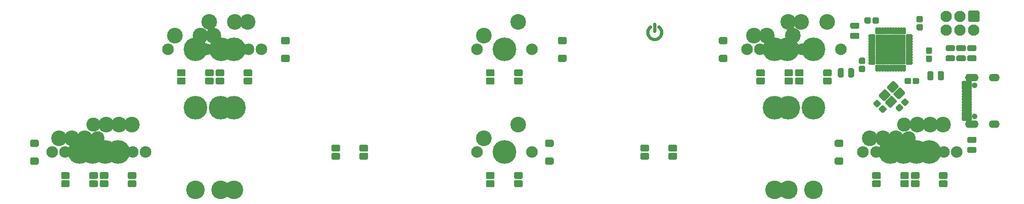
<source format=gbr>
G04 #@! TF.GenerationSoftware,KiCad,Pcbnew,(5.1.10)-1*
G04 #@! TF.CreationDate,2021-06-23T21:24:03+07:00*
G04 #@! TF.ProjectId,uso!VNC,75736f21-564e-4432-9e6b-696361645f70,rev?*
G04 #@! TF.SameCoordinates,Original*
G04 #@! TF.FileFunction,Soldermask,Bot*
G04 #@! TF.FilePolarity,Negative*
%FSLAX45Y45*%
G04 Gerber Fmt 4.5, Leading zero omitted, Abs format (unit mm)*
G04 Created by KiCad (PCBNEW (5.1.10)-1) date 2021-06-23 21:24:03*
%MOMM*%
%LPD*%
G01*
G04 APERTURE LIST*
%ADD10C,0.010000*%
%ADD11C,2.900000*%
%ADD12C,4.387800*%
%ADD13C,2.150000*%
%ADD14C,2.100000*%
%ADD15C,3.448000*%
%ADD16O,2.000000X1.400000*%
%ADD17O,2.500000X1.400000*%
%ADD18C,1.050000*%
%ADD19C,2.600000*%
G04 APERTURE END LIST*
D10*
G36*
X25633889Y-18553244D02*
G01*
X25629698Y-18554390D01*
X25628572Y-18554846D01*
X25624259Y-18557308D01*
X25620409Y-18560597D01*
X25617220Y-18564494D01*
X25614890Y-18568783D01*
X25614222Y-18570626D01*
X25614049Y-18571209D01*
X25613894Y-18571820D01*
X25613757Y-18572522D01*
X25613636Y-18573379D01*
X25613530Y-18574454D01*
X25613439Y-18575813D01*
X25613360Y-18577518D01*
X25613295Y-18579633D01*
X25613240Y-18582224D01*
X25613195Y-18585352D01*
X25613160Y-18589083D01*
X25613133Y-18593480D01*
X25613114Y-18598606D01*
X25613100Y-18604527D01*
X25613092Y-18611306D01*
X25613088Y-18619006D01*
X25613087Y-18627693D01*
X25613088Y-18637428D01*
X25613089Y-18642062D01*
X25613096Y-18652937D01*
X25613112Y-18663007D01*
X25613138Y-18672238D01*
X25613172Y-18680599D01*
X25613215Y-18688057D01*
X25613266Y-18694580D01*
X25613325Y-18700135D01*
X25613392Y-18704689D01*
X25613466Y-18708210D01*
X25613547Y-18710667D01*
X25613636Y-18712025D01*
X25613668Y-18712232D01*
X25615035Y-18716310D01*
X25617253Y-18720137D01*
X25620063Y-18723540D01*
X25623186Y-18726546D01*
X25626233Y-18728712D01*
X25629547Y-18730260D01*
X25631301Y-18730840D01*
X25634581Y-18731486D01*
X25638359Y-18731725D01*
X25642171Y-18731560D01*
X25645551Y-18730997D01*
X25646629Y-18730679D01*
X25651344Y-18728465D01*
X25655507Y-18725348D01*
X25658991Y-18721480D01*
X25661668Y-18717018D01*
X25663409Y-18712117D01*
X25663857Y-18709783D01*
X25663946Y-18708573D01*
X25664027Y-18706314D01*
X25664101Y-18703098D01*
X25664168Y-18699015D01*
X25664227Y-18694157D01*
X25664278Y-18688615D01*
X25664322Y-18682481D01*
X25664359Y-18675847D01*
X25664388Y-18668803D01*
X25664409Y-18661441D01*
X25664423Y-18653853D01*
X25664430Y-18646130D01*
X25664429Y-18638364D01*
X25664421Y-18630645D01*
X25664406Y-18623066D01*
X25664383Y-18615718D01*
X25664353Y-18608691D01*
X25664315Y-18602079D01*
X25664270Y-18595971D01*
X25664217Y-18590460D01*
X25664157Y-18585637D01*
X25664090Y-18581593D01*
X25664015Y-18578420D01*
X25663933Y-18576210D01*
X25663848Y-18575077D01*
X25662553Y-18569930D01*
X25660282Y-18565233D01*
X25657149Y-18561105D01*
X25653269Y-18557665D01*
X25648759Y-18555029D01*
X25643732Y-18553316D01*
X25642334Y-18553033D01*
X25638267Y-18552770D01*
X25633889Y-18553244D01*
G37*
X25633889Y-18553244D02*
X25629698Y-18554390D01*
X25628572Y-18554846D01*
X25624259Y-18557308D01*
X25620409Y-18560597D01*
X25617220Y-18564494D01*
X25614890Y-18568783D01*
X25614222Y-18570626D01*
X25614049Y-18571209D01*
X25613894Y-18571820D01*
X25613757Y-18572522D01*
X25613636Y-18573379D01*
X25613530Y-18574454D01*
X25613439Y-18575813D01*
X25613360Y-18577518D01*
X25613295Y-18579633D01*
X25613240Y-18582224D01*
X25613195Y-18585352D01*
X25613160Y-18589083D01*
X25613133Y-18593480D01*
X25613114Y-18598606D01*
X25613100Y-18604527D01*
X25613092Y-18611306D01*
X25613088Y-18619006D01*
X25613087Y-18627693D01*
X25613088Y-18637428D01*
X25613089Y-18642062D01*
X25613096Y-18652937D01*
X25613112Y-18663007D01*
X25613138Y-18672238D01*
X25613172Y-18680599D01*
X25613215Y-18688057D01*
X25613266Y-18694580D01*
X25613325Y-18700135D01*
X25613392Y-18704689D01*
X25613466Y-18708210D01*
X25613547Y-18710667D01*
X25613636Y-18712025D01*
X25613668Y-18712232D01*
X25615035Y-18716310D01*
X25617253Y-18720137D01*
X25620063Y-18723540D01*
X25623186Y-18726546D01*
X25626233Y-18728712D01*
X25629547Y-18730260D01*
X25631301Y-18730840D01*
X25634581Y-18731486D01*
X25638359Y-18731725D01*
X25642171Y-18731560D01*
X25645551Y-18730997D01*
X25646629Y-18730679D01*
X25651344Y-18728465D01*
X25655507Y-18725348D01*
X25658991Y-18721480D01*
X25661668Y-18717018D01*
X25663409Y-18712117D01*
X25663857Y-18709783D01*
X25663946Y-18708573D01*
X25664027Y-18706314D01*
X25664101Y-18703098D01*
X25664168Y-18699015D01*
X25664227Y-18694157D01*
X25664278Y-18688615D01*
X25664322Y-18682481D01*
X25664359Y-18675847D01*
X25664388Y-18668803D01*
X25664409Y-18661441D01*
X25664423Y-18653853D01*
X25664430Y-18646130D01*
X25664429Y-18638364D01*
X25664421Y-18630645D01*
X25664406Y-18623066D01*
X25664383Y-18615718D01*
X25664353Y-18608691D01*
X25664315Y-18602079D01*
X25664270Y-18595971D01*
X25664217Y-18590460D01*
X25664157Y-18585637D01*
X25664090Y-18581593D01*
X25664015Y-18578420D01*
X25663933Y-18576210D01*
X25663848Y-18575077D01*
X25662553Y-18569930D01*
X25660282Y-18565233D01*
X25657149Y-18561105D01*
X25653269Y-18557665D01*
X25648759Y-18555029D01*
X25643732Y-18553316D01*
X25642334Y-18553033D01*
X25638267Y-18552770D01*
X25633889Y-18553244D01*
G36*
X25555794Y-18604850D02*
G01*
X25550977Y-18606574D01*
X25548468Y-18608001D01*
X25545356Y-18610158D01*
X25541797Y-18612920D01*
X25537942Y-18616161D01*
X25533948Y-18619757D01*
X25529966Y-18623581D01*
X25529427Y-18624119D01*
X25522433Y-18631519D01*
X25516300Y-18638889D01*
X25510816Y-18646519D01*
X25505773Y-18654703D01*
X25500958Y-18663733D01*
X25500917Y-18663816D01*
X25495606Y-18675728D01*
X25491359Y-18688001D01*
X25488183Y-18700561D01*
X25486086Y-18713338D01*
X25485076Y-18726258D01*
X25485159Y-18739250D01*
X25486344Y-18752241D01*
X25488638Y-18765158D01*
X25489867Y-18770286D01*
X25492997Y-18780622D01*
X25497063Y-18791133D01*
X25501941Y-18801570D01*
X25507506Y-18811687D01*
X25513634Y-18821236D01*
X25519249Y-18828792D01*
X25521940Y-18831972D01*
X25525276Y-18835619D01*
X25529011Y-18839489D01*
X25532899Y-18843334D01*
X25536693Y-18846910D01*
X25540149Y-18849969D01*
X25541726Y-18851271D01*
X25551003Y-18858089D01*
X25560995Y-18864337D01*
X25571498Y-18869919D01*
X25582309Y-18874737D01*
X25593222Y-18878694D01*
X25604036Y-18881694D01*
X25607081Y-18882362D01*
X25614858Y-18883725D01*
X25623121Y-18884741D01*
X25631515Y-18885386D01*
X25639687Y-18885636D01*
X25647284Y-18885466D01*
X25649652Y-18885310D01*
X25661680Y-18883904D01*
X25673427Y-18881568D01*
X25684859Y-18878358D01*
X25697321Y-18873791D01*
X25709194Y-18868270D01*
X25720439Y-18861840D01*
X25731020Y-18854545D01*
X25740898Y-18846431D01*
X25750036Y-18837543D01*
X25758395Y-18827925D01*
X25765937Y-18817623D01*
X25772626Y-18806683D01*
X25778422Y-18795148D01*
X25783289Y-18783065D01*
X25787188Y-18770478D01*
X25790081Y-18757432D01*
X25790959Y-18752021D01*
X25791418Y-18747878D01*
X25791743Y-18742887D01*
X25791934Y-18737333D01*
X25791989Y-18731502D01*
X25791909Y-18725679D01*
X25791695Y-18720150D01*
X25791346Y-18715200D01*
X25790968Y-18711845D01*
X25788577Y-18698673D01*
X25785124Y-18685859D01*
X25780633Y-18673458D01*
X25775126Y-18661527D01*
X25768626Y-18650121D01*
X25761159Y-18639295D01*
X25759842Y-18637578D01*
X25756684Y-18633736D01*
X25753059Y-18629691D01*
X25749111Y-18625579D01*
X25744986Y-18621532D01*
X25740829Y-18617683D01*
X25736785Y-18614168D01*
X25732998Y-18611119D01*
X25729615Y-18608669D01*
X25726778Y-18606952D01*
X25726376Y-18606750D01*
X25721411Y-18604954D01*
X25716261Y-18604215D01*
X25711100Y-18604518D01*
X25706102Y-18605844D01*
X25701442Y-18608176D01*
X25699695Y-18609399D01*
X25697242Y-18611716D01*
X25694832Y-18614749D01*
X25692744Y-18618100D01*
X25691257Y-18621369D01*
X25691179Y-18621596D01*
X25690150Y-18626343D01*
X25690066Y-18631379D01*
X25690886Y-18636413D01*
X25692572Y-18641154D01*
X25694220Y-18644105D01*
X25695521Y-18645735D01*
X25697412Y-18647697D01*
X25699558Y-18649652D01*
X25700370Y-18650323D01*
X25703618Y-18653084D01*
X25707215Y-18656417D01*
X25710941Y-18660096D01*
X25714579Y-18663895D01*
X25717911Y-18667589D01*
X25720718Y-18670953D01*
X25722239Y-18672967D01*
X25727053Y-18680531D01*
X25731339Y-18688851D01*
X25734960Y-18697609D01*
X25737781Y-18706490D01*
X25739214Y-18712637D01*
X25739983Y-18717636D01*
X25740520Y-18723364D01*
X25740811Y-18729429D01*
X25740838Y-18735438D01*
X25740589Y-18741000D01*
X25740384Y-18743239D01*
X25738667Y-18753717D01*
X25735865Y-18763913D01*
X25732013Y-18773756D01*
X25727149Y-18783170D01*
X25721307Y-18792083D01*
X25714526Y-18800421D01*
X25709262Y-18805853D01*
X25701445Y-18812598D01*
X25692866Y-18818580D01*
X25683675Y-18823723D01*
X25674023Y-18827951D01*
X25664059Y-18831189D01*
X25655313Y-18833131D01*
X25651873Y-18833583D01*
X25647637Y-18833913D01*
X25642905Y-18834118D01*
X25637975Y-18834195D01*
X25633146Y-18834142D01*
X25628719Y-18833955D01*
X25624992Y-18833631D01*
X25623634Y-18833442D01*
X25612949Y-18831151D01*
X25602683Y-18827841D01*
X25592900Y-18823556D01*
X25583668Y-18818340D01*
X25575051Y-18812237D01*
X25567116Y-18805288D01*
X25559929Y-18797539D01*
X25553555Y-18789033D01*
X25551413Y-18785697D01*
X25549443Y-18782254D01*
X25547313Y-18778132D01*
X25545205Y-18773716D01*
X25543300Y-18769389D01*
X25541779Y-18765534D01*
X25541451Y-18764606D01*
X25538607Y-18754530D01*
X25536844Y-18744227D01*
X25536151Y-18733801D01*
X25536518Y-18723360D01*
X25537933Y-18713008D01*
X25540386Y-18702851D01*
X25543867Y-18692996D01*
X25548363Y-18683548D01*
X25550003Y-18680648D01*
X25554593Y-18673462D01*
X25559568Y-18666924D01*
X25565147Y-18660781D01*
X25571550Y-18654777D01*
X25574154Y-18652555D01*
X25576651Y-18650400D01*
X25578996Y-18648247D01*
X25580964Y-18646312D01*
X25582326Y-18644813D01*
X25582559Y-18644514D01*
X25584828Y-18640558D01*
X25586381Y-18636021D01*
X25587150Y-18631238D01*
X25587069Y-18626545D01*
X25586593Y-18623938D01*
X25584764Y-18618878D01*
X25582107Y-18614459D01*
X25578748Y-18610744D01*
X25574811Y-18607792D01*
X25570422Y-18605666D01*
X25565706Y-18604427D01*
X25560788Y-18604134D01*
X25555794Y-18604850D01*
G37*
X25555794Y-18604850D02*
X25550977Y-18606574D01*
X25548468Y-18608001D01*
X25545356Y-18610158D01*
X25541797Y-18612920D01*
X25537942Y-18616161D01*
X25533948Y-18619757D01*
X25529966Y-18623581D01*
X25529427Y-18624119D01*
X25522433Y-18631519D01*
X25516300Y-18638889D01*
X25510816Y-18646519D01*
X25505773Y-18654703D01*
X25500958Y-18663733D01*
X25500917Y-18663816D01*
X25495606Y-18675728D01*
X25491359Y-18688001D01*
X25488183Y-18700561D01*
X25486086Y-18713338D01*
X25485076Y-18726258D01*
X25485159Y-18739250D01*
X25486344Y-18752241D01*
X25488638Y-18765158D01*
X25489867Y-18770286D01*
X25492997Y-18780622D01*
X25497063Y-18791133D01*
X25501941Y-18801570D01*
X25507506Y-18811687D01*
X25513634Y-18821236D01*
X25519249Y-18828792D01*
X25521940Y-18831972D01*
X25525276Y-18835619D01*
X25529011Y-18839489D01*
X25532899Y-18843334D01*
X25536693Y-18846910D01*
X25540149Y-18849969D01*
X25541726Y-18851271D01*
X25551003Y-18858089D01*
X25560995Y-18864337D01*
X25571498Y-18869919D01*
X25582309Y-18874737D01*
X25593222Y-18878694D01*
X25604036Y-18881694D01*
X25607081Y-18882362D01*
X25614858Y-18883725D01*
X25623121Y-18884741D01*
X25631515Y-18885386D01*
X25639687Y-18885636D01*
X25647284Y-18885466D01*
X25649652Y-18885310D01*
X25661680Y-18883904D01*
X25673427Y-18881568D01*
X25684859Y-18878358D01*
X25697321Y-18873791D01*
X25709194Y-18868270D01*
X25720439Y-18861840D01*
X25731020Y-18854545D01*
X25740898Y-18846431D01*
X25750036Y-18837543D01*
X25758395Y-18827925D01*
X25765937Y-18817623D01*
X25772626Y-18806683D01*
X25778422Y-18795148D01*
X25783289Y-18783065D01*
X25787188Y-18770478D01*
X25790081Y-18757432D01*
X25790959Y-18752021D01*
X25791418Y-18747878D01*
X25791743Y-18742887D01*
X25791934Y-18737333D01*
X25791989Y-18731502D01*
X25791909Y-18725679D01*
X25791695Y-18720150D01*
X25791346Y-18715200D01*
X25790968Y-18711845D01*
X25788577Y-18698673D01*
X25785124Y-18685859D01*
X25780633Y-18673458D01*
X25775126Y-18661527D01*
X25768626Y-18650121D01*
X25761159Y-18639295D01*
X25759842Y-18637578D01*
X25756684Y-18633736D01*
X25753059Y-18629691D01*
X25749111Y-18625579D01*
X25744986Y-18621532D01*
X25740829Y-18617683D01*
X25736785Y-18614168D01*
X25732998Y-18611119D01*
X25729615Y-18608669D01*
X25726778Y-18606952D01*
X25726376Y-18606750D01*
X25721411Y-18604954D01*
X25716261Y-18604215D01*
X25711100Y-18604518D01*
X25706102Y-18605844D01*
X25701442Y-18608176D01*
X25699695Y-18609399D01*
X25697242Y-18611716D01*
X25694832Y-18614749D01*
X25692744Y-18618100D01*
X25691257Y-18621369D01*
X25691179Y-18621596D01*
X25690150Y-18626343D01*
X25690066Y-18631379D01*
X25690886Y-18636413D01*
X25692572Y-18641154D01*
X25694220Y-18644105D01*
X25695521Y-18645735D01*
X25697412Y-18647697D01*
X25699558Y-18649652D01*
X25700370Y-18650323D01*
X25703618Y-18653084D01*
X25707215Y-18656417D01*
X25710941Y-18660096D01*
X25714579Y-18663895D01*
X25717911Y-18667589D01*
X25720718Y-18670953D01*
X25722239Y-18672967D01*
X25727053Y-18680531D01*
X25731339Y-18688851D01*
X25734960Y-18697609D01*
X25737781Y-18706490D01*
X25739214Y-18712637D01*
X25739983Y-18717636D01*
X25740520Y-18723364D01*
X25740811Y-18729429D01*
X25740838Y-18735438D01*
X25740589Y-18741000D01*
X25740384Y-18743239D01*
X25738667Y-18753717D01*
X25735865Y-18763913D01*
X25732013Y-18773756D01*
X25727149Y-18783170D01*
X25721307Y-18792083D01*
X25714526Y-18800421D01*
X25709262Y-18805853D01*
X25701445Y-18812598D01*
X25692866Y-18818580D01*
X25683675Y-18823723D01*
X25674023Y-18827951D01*
X25664059Y-18831189D01*
X25655313Y-18833131D01*
X25651873Y-18833583D01*
X25647637Y-18833913D01*
X25642905Y-18834118D01*
X25637975Y-18834195D01*
X25633146Y-18834142D01*
X25628719Y-18833955D01*
X25624992Y-18833631D01*
X25623634Y-18833442D01*
X25612949Y-18831151D01*
X25602683Y-18827841D01*
X25592900Y-18823556D01*
X25583668Y-18818340D01*
X25575051Y-18812237D01*
X25567116Y-18805288D01*
X25559929Y-18797539D01*
X25553555Y-18789033D01*
X25551413Y-18785697D01*
X25549443Y-18782254D01*
X25547313Y-18778132D01*
X25545205Y-18773716D01*
X25543300Y-18769389D01*
X25541779Y-18765534D01*
X25541451Y-18764606D01*
X25538607Y-18754530D01*
X25536844Y-18744227D01*
X25536151Y-18733801D01*
X25536518Y-18723360D01*
X25537933Y-18713008D01*
X25540386Y-18702851D01*
X25543867Y-18692996D01*
X25548363Y-18683548D01*
X25550003Y-18680648D01*
X25554593Y-18673462D01*
X25559568Y-18666924D01*
X25565147Y-18660781D01*
X25571550Y-18654777D01*
X25574154Y-18652555D01*
X25576651Y-18650400D01*
X25578996Y-18648247D01*
X25580964Y-18646312D01*
X25582326Y-18644813D01*
X25582559Y-18644514D01*
X25584828Y-18640558D01*
X25586381Y-18636021D01*
X25587150Y-18631238D01*
X25587069Y-18626545D01*
X25586593Y-18623938D01*
X25584764Y-18618878D01*
X25582107Y-18614459D01*
X25578748Y-18610744D01*
X25574811Y-18607792D01*
X25570422Y-18605666D01*
X25565706Y-18604427D01*
X25560788Y-18604134D01*
X25555794Y-18604850D01*
D11*
X30734128Y-20447088D03*
D12*
X30480128Y-20955088D03*
D11*
X30099128Y-20701088D03*
D13*
X29972128Y-20955088D03*
X30988128Y-20955088D03*
D11*
X15494064Y-20447088D03*
D12*
X15240064Y-20955088D03*
D11*
X14859064Y-20701088D03*
D13*
X14732064Y-20955088D03*
X15748064Y-20955088D03*
G36*
G01*
X31627482Y-18538288D02*
X31457482Y-18538288D01*
G75*
G02*
X31437482Y-18518288I0J20000D01*
G01*
X31437482Y-18348288D01*
G75*
G02*
X31457482Y-18328288I20000J0D01*
G01*
X31627482Y-18328288D01*
G75*
G02*
X31647482Y-18348288I0J-20000D01*
G01*
X31647482Y-18518288D01*
G75*
G02*
X31627482Y-18538288I-20000J0D01*
G01*
G37*
D14*
X31542482Y-18687288D03*
X31288482Y-18433288D03*
X31288482Y-18687288D03*
X31034482Y-18433288D03*
X31034482Y-18687288D03*
G36*
G01*
X30986874Y-19470394D02*
X30986874Y-19600394D01*
G75*
G02*
X30966874Y-19620394I-20000J0D01*
G01*
X30896874Y-19620394D01*
G75*
G02*
X30876874Y-19600394I0J20000D01*
G01*
X30876874Y-19470394D01*
G75*
G02*
X30896874Y-19450394I20000J0D01*
G01*
X30966874Y-19450394D01*
G75*
G02*
X30986874Y-19470394I0J-20000D01*
G01*
G37*
G36*
G01*
X30796874Y-19470394D02*
X30796874Y-19600394D01*
G75*
G02*
X30776874Y-19620394I-20000J0D01*
G01*
X30706874Y-19620394D01*
G75*
G02*
X30686874Y-19600394I0J20000D01*
G01*
X30686874Y-19470394D01*
G75*
G02*
X30706874Y-19450394I20000J0D01*
G01*
X30776874Y-19450394D01*
G75*
G02*
X30796874Y-19470394I0J-20000D01*
G01*
G37*
G36*
G01*
X31043040Y-18968580D02*
X31173040Y-18968580D01*
G75*
G02*
X31193040Y-18988580I0J-20000D01*
G01*
X31193040Y-19058580D01*
G75*
G02*
X31173040Y-19078580I-20000J0D01*
G01*
X31043040Y-19078580D01*
G75*
G02*
X31023040Y-19058580I0J20000D01*
G01*
X31023040Y-18988580D01*
G75*
G02*
X31043040Y-18968580I20000J0D01*
G01*
G37*
G36*
G01*
X31043040Y-19158580D02*
X31173040Y-19158580D01*
G75*
G02*
X31193040Y-19178580I0J-20000D01*
G01*
X31193040Y-19248580D01*
G75*
G02*
X31173040Y-19268580I-20000J0D01*
G01*
X31043040Y-19268580D01*
G75*
G02*
X31023040Y-19248580I0J20000D01*
G01*
X31023040Y-19178580D01*
G75*
G02*
X31043040Y-19158580I20000J0D01*
G01*
G37*
G36*
G01*
X29639500Y-18472750D02*
X29639500Y-18547750D01*
G75*
G02*
X29619500Y-18567750I-20000J0D01*
G01*
X29539500Y-18567750D01*
G75*
G02*
X29519500Y-18547750I0J20000D01*
G01*
X29519500Y-18472750D01*
G75*
G02*
X29539500Y-18452750I20000J0D01*
G01*
X29619500Y-18452750D01*
G75*
G02*
X29639500Y-18472750I0J-20000D01*
G01*
G37*
G36*
G01*
X29789500Y-18472750D02*
X29789500Y-18547750D01*
G75*
G02*
X29769500Y-18567750I-20000J0D01*
G01*
X29689500Y-18567750D01*
G75*
G02*
X29669500Y-18547750I0J20000D01*
G01*
X29669500Y-18472750D01*
G75*
G02*
X29689500Y-18452750I20000J0D01*
G01*
X29769500Y-18452750D01*
G75*
G02*
X29789500Y-18472750I0J-20000D01*
G01*
G37*
G36*
G01*
X30382450Y-19596700D02*
X30382450Y-19671700D01*
G75*
G02*
X30362450Y-19691700I-20000J0D01*
G01*
X30282450Y-19691700D01*
G75*
G02*
X30262450Y-19671700I0J20000D01*
G01*
X30262450Y-19596700D01*
G75*
G02*
X30282450Y-19576700I20000J0D01*
G01*
X30362450Y-19576700D01*
G75*
G02*
X30382450Y-19596700I0J-20000D01*
G01*
G37*
G36*
G01*
X30532450Y-19596700D02*
X30532450Y-19671700D01*
G75*
G02*
X30512450Y-19691700I-20000J0D01*
G01*
X30432450Y-19691700D01*
G75*
G02*
X30412450Y-19671700I0J20000D01*
G01*
X30412450Y-19596700D01*
G75*
G02*
X30432450Y-19576700I20000J0D01*
G01*
X30512450Y-19576700D01*
G75*
G02*
X30532450Y-19596700I0J-20000D01*
G01*
G37*
G36*
G01*
X29514200Y-19320750D02*
X29439200Y-19320750D01*
G75*
G02*
X29419200Y-19300750I0J20000D01*
G01*
X29419200Y-19220750D01*
G75*
G02*
X29439200Y-19200750I20000J0D01*
G01*
X29514200Y-19200750D01*
G75*
G02*
X29534200Y-19220750I0J-20000D01*
G01*
X29534200Y-19300750D01*
G75*
G02*
X29514200Y-19320750I-20000J0D01*
G01*
G37*
G36*
G01*
X29514200Y-19470750D02*
X29439200Y-19470750D01*
G75*
G02*
X29419200Y-19450750I0J20000D01*
G01*
X29419200Y-19370750D01*
G75*
G02*
X29439200Y-19350750I20000J0D01*
G01*
X29514200Y-19350750D01*
G75*
G02*
X29534200Y-19370750I0J-20000D01*
G01*
X29534200Y-19450750D01*
G75*
G02*
X29514200Y-19470750I-20000J0D01*
G01*
G37*
G36*
G01*
X30506000Y-18576050D02*
X30581000Y-18576050D01*
G75*
G02*
X30601000Y-18596050I0J-20000D01*
G01*
X30601000Y-18676050D01*
G75*
G02*
X30581000Y-18696050I-20000J0D01*
G01*
X30506000Y-18696050D01*
G75*
G02*
X30486000Y-18676050I0J20000D01*
G01*
X30486000Y-18596050D01*
G75*
G02*
X30506000Y-18576050I20000J0D01*
G01*
G37*
G36*
G01*
X30506000Y-18426050D02*
X30581000Y-18426050D01*
G75*
G02*
X30601000Y-18446050I0J-20000D01*
G01*
X30601000Y-18526050D01*
G75*
G02*
X30581000Y-18546050I-20000J0D01*
G01*
X30506000Y-18546050D01*
G75*
G02*
X30486000Y-18526050I0J20000D01*
G01*
X30486000Y-18446050D01*
G75*
G02*
X30506000Y-18426050I20000J0D01*
G01*
G37*
G36*
G01*
X30281250Y-18792500D02*
X30281250Y-19307500D01*
G75*
G02*
X30261250Y-19327500I-20000J0D01*
G01*
X29746250Y-19327500D01*
G75*
G02*
X29726250Y-19307500I0J20000D01*
G01*
X29726250Y-18792500D01*
G75*
G02*
X29746250Y-18772500I20000J0D01*
G01*
X30261250Y-18772500D01*
G75*
G02*
X30281250Y-18792500I0J-20000D01*
G01*
G37*
G36*
G01*
X30286250Y-18658750D02*
X30286250Y-18753750D01*
G75*
G02*
X30270000Y-18770000I-16250J0D01*
G01*
X30237500Y-18770000D01*
G75*
G02*
X30221250Y-18753750I0J16250D01*
G01*
X30221250Y-18658750D01*
G75*
G02*
X30237500Y-18642500I16250J0D01*
G01*
X30270000Y-18642500D01*
G75*
G02*
X30286250Y-18658750I0J-16250D01*
G01*
G37*
G36*
G01*
X30236250Y-18658750D02*
X30236250Y-18753750D01*
G75*
G02*
X30220000Y-18770000I-16250J0D01*
G01*
X30187500Y-18770000D01*
G75*
G02*
X30171250Y-18753750I0J16250D01*
G01*
X30171250Y-18658750D01*
G75*
G02*
X30187500Y-18642500I16250J0D01*
G01*
X30220000Y-18642500D01*
G75*
G02*
X30236250Y-18658750I0J-16250D01*
G01*
G37*
G36*
G01*
X30186250Y-18658750D02*
X30186250Y-18753750D01*
G75*
G02*
X30170000Y-18770000I-16250J0D01*
G01*
X30137500Y-18770000D01*
G75*
G02*
X30121250Y-18753750I0J16250D01*
G01*
X30121250Y-18658750D01*
G75*
G02*
X30137500Y-18642500I16250J0D01*
G01*
X30170000Y-18642500D01*
G75*
G02*
X30186250Y-18658750I0J-16250D01*
G01*
G37*
G36*
G01*
X30136250Y-18658750D02*
X30136250Y-18753750D01*
G75*
G02*
X30120000Y-18770000I-16250J0D01*
G01*
X30087500Y-18770000D01*
G75*
G02*
X30071250Y-18753750I0J16250D01*
G01*
X30071250Y-18658750D01*
G75*
G02*
X30087500Y-18642500I16250J0D01*
G01*
X30120000Y-18642500D01*
G75*
G02*
X30136250Y-18658750I0J-16250D01*
G01*
G37*
G36*
G01*
X30086250Y-18658750D02*
X30086250Y-18753750D01*
G75*
G02*
X30070000Y-18770000I-16250J0D01*
G01*
X30037500Y-18770000D01*
G75*
G02*
X30021250Y-18753750I0J16250D01*
G01*
X30021250Y-18658750D01*
G75*
G02*
X30037500Y-18642500I16250J0D01*
G01*
X30070000Y-18642500D01*
G75*
G02*
X30086250Y-18658750I0J-16250D01*
G01*
G37*
G36*
G01*
X30036250Y-18658750D02*
X30036250Y-18753750D01*
G75*
G02*
X30020000Y-18770000I-16250J0D01*
G01*
X29987500Y-18770000D01*
G75*
G02*
X29971250Y-18753750I0J16250D01*
G01*
X29971250Y-18658750D01*
G75*
G02*
X29987500Y-18642500I16250J0D01*
G01*
X30020000Y-18642500D01*
G75*
G02*
X30036250Y-18658750I0J-16250D01*
G01*
G37*
G36*
G01*
X29986250Y-18658750D02*
X29986250Y-18753750D01*
G75*
G02*
X29970000Y-18770000I-16250J0D01*
G01*
X29937500Y-18770000D01*
G75*
G02*
X29921250Y-18753750I0J16250D01*
G01*
X29921250Y-18658750D01*
G75*
G02*
X29937500Y-18642500I16250J0D01*
G01*
X29970000Y-18642500D01*
G75*
G02*
X29986250Y-18658750I0J-16250D01*
G01*
G37*
G36*
G01*
X29936250Y-18658750D02*
X29936250Y-18753750D01*
G75*
G02*
X29920000Y-18770000I-16250J0D01*
G01*
X29887500Y-18770000D01*
G75*
G02*
X29871250Y-18753750I0J16250D01*
G01*
X29871250Y-18658750D01*
G75*
G02*
X29887500Y-18642500I16250J0D01*
G01*
X29920000Y-18642500D01*
G75*
G02*
X29936250Y-18658750I0J-16250D01*
G01*
G37*
G36*
G01*
X29886250Y-18658750D02*
X29886250Y-18753750D01*
G75*
G02*
X29870000Y-18770000I-16250J0D01*
G01*
X29837500Y-18770000D01*
G75*
G02*
X29821250Y-18753750I0J16250D01*
G01*
X29821250Y-18658750D01*
G75*
G02*
X29837500Y-18642500I16250J0D01*
G01*
X29870000Y-18642500D01*
G75*
G02*
X29886250Y-18658750I0J-16250D01*
G01*
G37*
G36*
G01*
X29836250Y-18658750D02*
X29836250Y-18753750D01*
G75*
G02*
X29820000Y-18770000I-16250J0D01*
G01*
X29787500Y-18770000D01*
G75*
G02*
X29771250Y-18753750I0J16250D01*
G01*
X29771250Y-18658750D01*
G75*
G02*
X29787500Y-18642500I16250J0D01*
G01*
X29820000Y-18642500D01*
G75*
G02*
X29836250Y-18658750I0J-16250D01*
G01*
G37*
G36*
G01*
X29786250Y-18658750D02*
X29786250Y-18753750D01*
G75*
G02*
X29770000Y-18770000I-16250J0D01*
G01*
X29737500Y-18770000D01*
G75*
G02*
X29721250Y-18753750I0J16250D01*
G01*
X29721250Y-18658750D01*
G75*
G02*
X29737500Y-18642500I16250J0D01*
G01*
X29770000Y-18642500D01*
G75*
G02*
X29786250Y-18658750I0J-16250D01*
G01*
G37*
G36*
G01*
X29723750Y-18783750D02*
X29723750Y-18816250D01*
G75*
G02*
X29707500Y-18832500I-16250J0D01*
G01*
X29612500Y-18832500D01*
G75*
G02*
X29596250Y-18816250I0J16250D01*
G01*
X29596250Y-18783750D01*
G75*
G02*
X29612500Y-18767500I16250J0D01*
G01*
X29707500Y-18767500D01*
G75*
G02*
X29723750Y-18783750I0J-16250D01*
G01*
G37*
G36*
G01*
X29723750Y-18833750D02*
X29723750Y-18866250D01*
G75*
G02*
X29707500Y-18882500I-16250J0D01*
G01*
X29612500Y-18882500D01*
G75*
G02*
X29596250Y-18866250I0J16250D01*
G01*
X29596250Y-18833750D01*
G75*
G02*
X29612500Y-18817500I16250J0D01*
G01*
X29707500Y-18817500D01*
G75*
G02*
X29723750Y-18833750I0J-16250D01*
G01*
G37*
G36*
G01*
X29723750Y-18883750D02*
X29723750Y-18916250D01*
G75*
G02*
X29707500Y-18932500I-16250J0D01*
G01*
X29612500Y-18932500D01*
G75*
G02*
X29596250Y-18916250I0J16250D01*
G01*
X29596250Y-18883750D01*
G75*
G02*
X29612500Y-18867500I16250J0D01*
G01*
X29707500Y-18867500D01*
G75*
G02*
X29723750Y-18883750I0J-16250D01*
G01*
G37*
G36*
G01*
X29723750Y-18933750D02*
X29723750Y-18966250D01*
G75*
G02*
X29707500Y-18982500I-16250J0D01*
G01*
X29612500Y-18982500D01*
G75*
G02*
X29596250Y-18966250I0J16250D01*
G01*
X29596250Y-18933750D01*
G75*
G02*
X29612500Y-18917500I16250J0D01*
G01*
X29707500Y-18917500D01*
G75*
G02*
X29723750Y-18933750I0J-16250D01*
G01*
G37*
G36*
G01*
X29723750Y-18983750D02*
X29723750Y-19016250D01*
G75*
G02*
X29707500Y-19032500I-16250J0D01*
G01*
X29612500Y-19032500D01*
G75*
G02*
X29596250Y-19016250I0J16250D01*
G01*
X29596250Y-18983750D01*
G75*
G02*
X29612500Y-18967500I16250J0D01*
G01*
X29707500Y-18967500D01*
G75*
G02*
X29723750Y-18983750I0J-16250D01*
G01*
G37*
G36*
G01*
X29723750Y-19033750D02*
X29723750Y-19066250D01*
G75*
G02*
X29707500Y-19082500I-16250J0D01*
G01*
X29612500Y-19082500D01*
G75*
G02*
X29596250Y-19066250I0J16250D01*
G01*
X29596250Y-19033750D01*
G75*
G02*
X29612500Y-19017500I16250J0D01*
G01*
X29707500Y-19017500D01*
G75*
G02*
X29723750Y-19033750I0J-16250D01*
G01*
G37*
G36*
G01*
X29723750Y-19083750D02*
X29723750Y-19116250D01*
G75*
G02*
X29707500Y-19132500I-16250J0D01*
G01*
X29612500Y-19132500D01*
G75*
G02*
X29596250Y-19116250I0J16250D01*
G01*
X29596250Y-19083750D01*
G75*
G02*
X29612500Y-19067500I16250J0D01*
G01*
X29707500Y-19067500D01*
G75*
G02*
X29723750Y-19083750I0J-16250D01*
G01*
G37*
G36*
G01*
X29723750Y-19133750D02*
X29723750Y-19166250D01*
G75*
G02*
X29707500Y-19182500I-16250J0D01*
G01*
X29612500Y-19182500D01*
G75*
G02*
X29596250Y-19166250I0J16250D01*
G01*
X29596250Y-19133750D01*
G75*
G02*
X29612500Y-19117500I16250J0D01*
G01*
X29707500Y-19117500D01*
G75*
G02*
X29723750Y-19133750I0J-16250D01*
G01*
G37*
G36*
G01*
X29723750Y-19183750D02*
X29723750Y-19216250D01*
G75*
G02*
X29707500Y-19232500I-16250J0D01*
G01*
X29612500Y-19232500D01*
G75*
G02*
X29596250Y-19216250I0J16250D01*
G01*
X29596250Y-19183750D01*
G75*
G02*
X29612500Y-19167500I16250J0D01*
G01*
X29707500Y-19167500D01*
G75*
G02*
X29723750Y-19183750I0J-16250D01*
G01*
G37*
G36*
G01*
X29723750Y-19233750D02*
X29723750Y-19266250D01*
G75*
G02*
X29707500Y-19282500I-16250J0D01*
G01*
X29612500Y-19282500D01*
G75*
G02*
X29596250Y-19266250I0J16250D01*
G01*
X29596250Y-19233750D01*
G75*
G02*
X29612500Y-19217500I16250J0D01*
G01*
X29707500Y-19217500D01*
G75*
G02*
X29723750Y-19233750I0J-16250D01*
G01*
G37*
G36*
G01*
X29723750Y-19283750D02*
X29723750Y-19316250D01*
G75*
G02*
X29707500Y-19332500I-16250J0D01*
G01*
X29612500Y-19332500D01*
G75*
G02*
X29596250Y-19316250I0J16250D01*
G01*
X29596250Y-19283750D01*
G75*
G02*
X29612500Y-19267500I16250J0D01*
G01*
X29707500Y-19267500D01*
G75*
G02*
X29723750Y-19283750I0J-16250D01*
G01*
G37*
G36*
G01*
X29786250Y-19346250D02*
X29786250Y-19441250D01*
G75*
G02*
X29770000Y-19457500I-16250J0D01*
G01*
X29737500Y-19457500D01*
G75*
G02*
X29721250Y-19441250I0J16250D01*
G01*
X29721250Y-19346250D01*
G75*
G02*
X29737500Y-19330000I16250J0D01*
G01*
X29770000Y-19330000D01*
G75*
G02*
X29786250Y-19346250I0J-16250D01*
G01*
G37*
G36*
G01*
X29836250Y-19346250D02*
X29836250Y-19441250D01*
G75*
G02*
X29820000Y-19457500I-16250J0D01*
G01*
X29787500Y-19457500D01*
G75*
G02*
X29771250Y-19441250I0J16250D01*
G01*
X29771250Y-19346250D01*
G75*
G02*
X29787500Y-19330000I16250J0D01*
G01*
X29820000Y-19330000D01*
G75*
G02*
X29836250Y-19346250I0J-16250D01*
G01*
G37*
G36*
G01*
X29886250Y-19346250D02*
X29886250Y-19441250D01*
G75*
G02*
X29870000Y-19457500I-16250J0D01*
G01*
X29837500Y-19457500D01*
G75*
G02*
X29821250Y-19441250I0J16250D01*
G01*
X29821250Y-19346250D01*
G75*
G02*
X29837500Y-19330000I16250J0D01*
G01*
X29870000Y-19330000D01*
G75*
G02*
X29886250Y-19346250I0J-16250D01*
G01*
G37*
G36*
G01*
X29936250Y-19346250D02*
X29936250Y-19441250D01*
G75*
G02*
X29920000Y-19457500I-16250J0D01*
G01*
X29887500Y-19457500D01*
G75*
G02*
X29871250Y-19441250I0J16250D01*
G01*
X29871250Y-19346250D01*
G75*
G02*
X29887500Y-19330000I16250J0D01*
G01*
X29920000Y-19330000D01*
G75*
G02*
X29936250Y-19346250I0J-16250D01*
G01*
G37*
G36*
G01*
X29986250Y-19346250D02*
X29986250Y-19441250D01*
G75*
G02*
X29970000Y-19457500I-16250J0D01*
G01*
X29937500Y-19457500D01*
G75*
G02*
X29921250Y-19441250I0J16250D01*
G01*
X29921250Y-19346250D01*
G75*
G02*
X29937500Y-19330000I16250J0D01*
G01*
X29970000Y-19330000D01*
G75*
G02*
X29986250Y-19346250I0J-16250D01*
G01*
G37*
G36*
G01*
X30036250Y-19346250D02*
X30036250Y-19441250D01*
G75*
G02*
X30020000Y-19457500I-16250J0D01*
G01*
X29987500Y-19457500D01*
G75*
G02*
X29971250Y-19441250I0J16250D01*
G01*
X29971250Y-19346250D01*
G75*
G02*
X29987500Y-19330000I16250J0D01*
G01*
X30020000Y-19330000D01*
G75*
G02*
X30036250Y-19346250I0J-16250D01*
G01*
G37*
G36*
G01*
X30086250Y-19346250D02*
X30086250Y-19441250D01*
G75*
G02*
X30070000Y-19457500I-16250J0D01*
G01*
X30037500Y-19457500D01*
G75*
G02*
X30021250Y-19441250I0J16250D01*
G01*
X30021250Y-19346250D01*
G75*
G02*
X30037500Y-19330000I16250J0D01*
G01*
X30070000Y-19330000D01*
G75*
G02*
X30086250Y-19346250I0J-16250D01*
G01*
G37*
G36*
G01*
X30136250Y-19346250D02*
X30136250Y-19441250D01*
G75*
G02*
X30120000Y-19457500I-16250J0D01*
G01*
X30087500Y-19457500D01*
G75*
G02*
X30071250Y-19441250I0J16250D01*
G01*
X30071250Y-19346250D01*
G75*
G02*
X30087500Y-19330000I16250J0D01*
G01*
X30120000Y-19330000D01*
G75*
G02*
X30136250Y-19346250I0J-16250D01*
G01*
G37*
G36*
G01*
X30186250Y-19346250D02*
X30186250Y-19441250D01*
G75*
G02*
X30170000Y-19457500I-16250J0D01*
G01*
X30137500Y-19457500D01*
G75*
G02*
X30121250Y-19441250I0J16250D01*
G01*
X30121250Y-19346250D01*
G75*
G02*
X30137500Y-19330000I16250J0D01*
G01*
X30170000Y-19330000D01*
G75*
G02*
X30186250Y-19346250I0J-16250D01*
G01*
G37*
G36*
G01*
X30236250Y-19346250D02*
X30236250Y-19441250D01*
G75*
G02*
X30220000Y-19457500I-16250J0D01*
G01*
X30187500Y-19457500D01*
G75*
G02*
X30171250Y-19441250I0J16250D01*
G01*
X30171250Y-19346250D01*
G75*
G02*
X30187500Y-19330000I16250J0D01*
G01*
X30220000Y-19330000D01*
G75*
G02*
X30236250Y-19346250I0J-16250D01*
G01*
G37*
G36*
G01*
X30286250Y-19346250D02*
X30286250Y-19441250D01*
G75*
G02*
X30270000Y-19457500I-16250J0D01*
G01*
X30237500Y-19457500D01*
G75*
G02*
X30221250Y-19441250I0J16250D01*
G01*
X30221250Y-19346250D01*
G75*
G02*
X30237500Y-19330000I16250J0D01*
G01*
X30270000Y-19330000D01*
G75*
G02*
X30286250Y-19346250I0J-16250D01*
G01*
G37*
G36*
G01*
X30411250Y-19283750D02*
X30411250Y-19316250D01*
G75*
G02*
X30395000Y-19332500I-16250J0D01*
G01*
X30300000Y-19332500D01*
G75*
G02*
X30283750Y-19316250I0J16250D01*
G01*
X30283750Y-19283750D01*
G75*
G02*
X30300000Y-19267500I16250J0D01*
G01*
X30395000Y-19267500D01*
G75*
G02*
X30411250Y-19283750I0J-16250D01*
G01*
G37*
G36*
G01*
X30411250Y-19233750D02*
X30411250Y-19266250D01*
G75*
G02*
X30395000Y-19282500I-16250J0D01*
G01*
X30300000Y-19282500D01*
G75*
G02*
X30283750Y-19266250I0J16250D01*
G01*
X30283750Y-19233750D01*
G75*
G02*
X30300000Y-19217500I16250J0D01*
G01*
X30395000Y-19217500D01*
G75*
G02*
X30411250Y-19233750I0J-16250D01*
G01*
G37*
G36*
G01*
X30411250Y-19183750D02*
X30411250Y-19216250D01*
G75*
G02*
X30395000Y-19232500I-16250J0D01*
G01*
X30300000Y-19232500D01*
G75*
G02*
X30283750Y-19216250I0J16250D01*
G01*
X30283750Y-19183750D01*
G75*
G02*
X30300000Y-19167500I16250J0D01*
G01*
X30395000Y-19167500D01*
G75*
G02*
X30411250Y-19183750I0J-16250D01*
G01*
G37*
G36*
G01*
X30411250Y-19133750D02*
X30411250Y-19166250D01*
G75*
G02*
X30395000Y-19182500I-16250J0D01*
G01*
X30300000Y-19182500D01*
G75*
G02*
X30283750Y-19166250I0J16250D01*
G01*
X30283750Y-19133750D01*
G75*
G02*
X30300000Y-19117500I16250J0D01*
G01*
X30395000Y-19117500D01*
G75*
G02*
X30411250Y-19133750I0J-16250D01*
G01*
G37*
G36*
G01*
X30411250Y-19083750D02*
X30411250Y-19116250D01*
G75*
G02*
X30395000Y-19132500I-16250J0D01*
G01*
X30300000Y-19132500D01*
G75*
G02*
X30283750Y-19116250I0J16250D01*
G01*
X30283750Y-19083750D01*
G75*
G02*
X30300000Y-19067500I16250J0D01*
G01*
X30395000Y-19067500D01*
G75*
G02*
X30411250Y-19083750I0J-16250D01*
G01*
G37*
G36*
G01*
X30411250Y-19033750D02*
X30411250Y-19066250D01*
G75*
G02*
X30395000Y-19082500I-16250J0D01*
G01*
X30300000Y-19082500D01*
G75*
G02*
X30283750Y-19066250I0J16250D01*
G01*
X30283750Y-19033750D01*
G75*
G02*
X30300000Y-19017500I16250J0D01*
G01*
X30395000Y-19017500D01*
G75*
G02*
X30411250Y-19033750I0J-16250D01*
G01*
G37*
G36*
G01*
X30411250Y-18983750D02*
X30411250Y-19016250D01*
G75*
G02*
X30395000Y-19032500I-16250J0D01*
G01*
X30300000Y-19032500D01*
G75*
G02*
X30283750Y-19016250I0J16250D01*
G01*
X30283750Y-18983750D01*
G75*
G02*
X30300000Y-18967500I16250J0D01*
G01*
X30395000Y-18967500D01*
G75*
G02*
X30411250Y-18983750I0J-16250D01*
G01*
G37*
G36*
G01*
X30411250Y-18933750D02*
X30411250Y-18966250D01*
G75*
G02*
X30395000Y-18982500I-16250J0D01*
G01*
X30300000Y-18982500D01*
G75*
G02*
X30283750Y-18966250I0J16250D01*
G01*
X30283750Y-18933750D01*
G75*
G02*
X30300000Y-18917500I16250J0D01*
G01*
X30395000Y-18917500D01*
G75*
G02*
X30411250Y-18933750I0J-16250D01*
G01*
G37*
G36*
G01*
X30411250Y-18883750D02*
X30411250Y-18916250D01*
G75*
G02*
X30395000Y-18932500I-16250J0D01*
G01*
X30300000Y-18932500D01*
G75*
G02*
X30283750Y-18916250I0J16250D01*
G01*
X30283750Y-18883750D01*
G75*
G02*
X30300000Y-18867500I16250J0D01*
G01*
X30395000Y-18867500D01*
G75*
G02*
X30411250Y-18883750I0J-16250D01*
G01*
G37*
G36*
G01*
X30411250Y-18833750D02*
X30411250Y-18866250D01*
G75*
G02*
X30395000Y-18882500I-16250J0D01*
G01*
X30300000Y-18882500D01*
G75*
G02*
X30283750Y-18866250I0J16250D01*
G01*
X30283750Y-18833750D01*
G75*
G02*
X30300000Y-18817500I16250J0D01*
G01*
X30395000Y-18817500D01*
G75*
G02*
X30411250Y-18833750I0J-16250D01*
G01*
G37*
G36*
G01*
X30411250Y-18783750D02*
X30411250Y-18816250D01*
G75*
G02*
X30395000Y-18832500I-16250J0D01*
G01*
X30300000Y-18832500D01*
G75*
G02*
X30283750Y-18816250I0J16250D01*
G01*
X30283750Y-18783750D01*
G75*
G02*
X30300000Y-18767500I16250J0D01*
G01*
X30395000Y-18767500D01*
G75*
G02*
X30411250Y-18783750I0J-16250D01*
G01*
G37*
G36*
G01*
X29990259Y-20125802D02*
X29905406Y-20040949D01*
G75*
G02*
X29905406Y-20012665I14142J14142D01*
G01*
X30004401Y-19913670D01*
G75*
G02*
X30032685Y-19913670I14142J-14142D01*
G01*
X30117538Y-19998523D01*
G75*
G02*
X30117538Y-20026807I-14142J-14142D01*
G01*
X30018543Y-20125802D01*
G75*
G02*
X29990259Y-20125802I-14142J14142D01*
G01*
G37*
G36*
G01*
X30145823Y-19970238D02*
X30060970Y-19885386D01*
G75*
G02*
X30060970Y-19857101I14142J14142D01*
G01*
X30159965Y-19758106D01*
G75*
G02*
X30188249Y-19758106I14142J-14142D01*
G01*
X30273102Y-19842959D01*
G75*
G02*
X30273102Y-19871243I-14142J-14142D01*
G01*
X30174107Y-19970238D01*
G75*
G02*
X30145823Y-19970238I-14142J14142D01*
G01*
G37*
G36*
G01*
X30025614Y-19850030D02*
X29940762Y-19765177D01*
G75*
G02*
X29940762Y-19736893I14142J14142D01*
G01*
X30039757Y-19637898D01*
G75*
G02*
X30068041Y-19637898I14142J-14142D01*
G01*
X30152894Y-19722751D01*
G75*
G02*
X30152894Y-19751035I-14142J-14142D01*
G01*
X30053899Y-19850030D01*
G75*
G02*
X30025614Y-19850030I-14142J14142D01*
G01*
G37*
G36*
G01*
X29870051Y-20005594D02*
X29785198Y-19920741D01*
G75*
G02*
X29785198Y-19892457I14142J14142D01*
G01*
X29884193Y-19793462D01*
G75*
G02*
X29912477Y-19793462I14142J-14142D01*
G01*
X29997330Y-19878315D01*
G75*
G02*
X29997330Y-19906599I-14142J-14142D01*
G01*
X29898335Y-20005594D01*
G75*
G02*
X29870051Y-20005594I-14142J14142D01*
G01*
G37*
G36*
G01*
X29028250Y-19546800D02*
X29028250Y-19416800D01*
G75*
G02*
X29048250Y-19396800I20000J0D01*
G01*
X29118250Y-19396800D01*
G75*
G02*
X29138250Y-19416800I0J-20000D01*
G01*
X29138250Y-19546800D01*
G75*
G02*
X29118250Y-19566800I-20000J0D01*
G01*
X29048250Y-19566800D01*
G75*
G02*
X29028250Y-19546800I0J20000D01*
G01*
G37*
G36*
G01*
X29218250Y-19546800D02*
X29218250Y-19416800D01*
G75*
G02*
X29238250Y-19396800I20000J0D01*
G01*
X29308250Y-19396800D01*
G75*
G02*
X29328250Y-19416800I0J-20000D01*
G01*
X29328250Y-19546800D01*
G75*
G02*
X29308250Y-19566800I-20000J0D01*
G01*
X29238250Y-19566800D01*
G75*
G02*
X29218250Y-19546800I0J20000D01*
G01*
G37*
G36*
G01*
X29278350Y-18550750D02*
X29408350Y-18550750D01*
G75*
G02*
X29428350Y-18570750I0J-20000D01*
G01*
X29428350Y-18640750D01*
G75*
G02*
X29408350Y-18660750I-20000J0D01*
G01*
X29278350Y-18660750D01*
G75*
G02*
X29258350Y-18640750I0J20000D01*
G01*
X29258350Y-18570750D01*
G75*
G02*
X29278350Y-18550750I20000J0D01*
G01*
G37*
G36*
G01*
X29278350Y-18740750D02*
X29408350Y-18740750D01*
G75*
G02*
X29428350Y-18760750I0J-20000D01*
G01*
X29428350Y-18830750D01*
G75*
G02*
X29408350Y-18850750I-20000J0D01*
G01*
X29278350Y-18850750D01*
G75*
G02*
X29258350Y-18830750I0J20000D01*
G01*
X29258350Y-18760750D01*
G75*
G02*
X29278350Y-18740750I20000J0D01*
G01*
G37*
G36*
G01*
X31243040Y-18968580D02*
X31373040Y-18968580D01*
G75*
G02*
X31393040Y-18988580I0J-20000D01*
G01*
X31393040Y-19058580D01*
G75*
G02*
X31373040Y-19078580I-20000J0D01*
G01*
X31243040Y-19078580D01*
G75*
G02*
X31223040Y-19058580I0J20000D01*
G01*
X31223040Y-18988580D01*
G75*
G02*
X31243040Y-18968580I20000J0D01*
G01*
G37*
G36*
G01*
X31243040Y-19158580D02*
X31373040Y-19158580D01*
G75*
G02*
X31393040Y-19178580I0J-20000D01*
G01*
X31393040Y-19248580D01*
G75*
G02*
X31373040Y-19268580I-20000J0D01*
G01*
X31243040Y-19268580D01*
G75*
G02*
X31223040Y-19248580I0J20000D01*
G01*
X31223040Y-19178580D01*
G75*
G02*
X31243040Y-19158580I20000J0D01*
G01*
G37*
G36*
G01*
X31573040Y-20968580D02*
X31443040Y-20968580D01*
G75*
G02*
X31423040Y-20948580I0J20000D01*
G01*
X31423040Y-20878580D01*
G75*
G02*
X31443040Y-20858580I20000J0D01*
G01*
X31573040Y-20858580D01*
G75*
G02*
X31593040Y-20878580I0J-20000D01*
G01*
X31593040Y-20948580D01*
G75*
G02*
X31573040Y-20968580I-20000J0D01*
G01*
G37*
G36*
G01*
X31573040Y-20778580D02*
X31443040Y-20778580D01*
G75*
G02*
X31423040Y-20758580I0J20000D01*
G01*
X31423040Y-20688580D01*
G75*
G02*
X31443040Y-20668580I20000J0D01*
G01*
X31573040Y-20668580D01*
G75*
G02*
X31593040Y-20688580I0J-20000D01*
G01*
X31593040Y-20758580D01*
G75*
G02*
X31573040Y-20778580I-20000J0D01*
G01*
G37*
G36*
G01*
X31443040Y-18968580D02*
X31573040Y-18968580D01*
G75*
G02*
X31593040Y-18988580I0J-20000D01*
G01*
X31593040Y-19058580D01*
G75*
G02*
X31573040Y-19078580I-20000J0D01*
G01*
X31443040Y-19078580D01*
G75*
G02*
X31423040Y-19058580I0J20000D01*
G01*
X31423040Y-18988580D01*
G75*
G02*
X31443040Y-18968580I20000J0D01*
G01*
G37*
G36*
G01*
X31443040Y-19158580D02*
X31573040Y-19158580D01*
G75*
G02*
X31593040Y-19178580I0J-20000D01*
G01*
X31593040Y-19248580D01*
G75*
G02*
X31573040Y-19268580I-20000J0D01*
G01*
X31443040Y-19268580D01*
G75*
G02*
X31423040Y-19248580I0J20000D01*
G01*
X31423040Y-19178580D01*
G75*
G02*
X31443040Y-19158580I20000J0D01*
G01*
G37*
G36*
G01*
X29111250Y-21185000D02*
X28991250Y-21185000D01*
G75*
G02*
X28971250Y-21165000I0J20000D01*
G01*
X28971250Y-21075000D01*
G75*
G02*
X28991250Y-21055000I20000J0D01*
G01*
X29111250Y-21055000D01*
G75*
G02*
X29131250Y-21075000I0J-20000D01*
G01*
X29131250Y-21165000D01*
G75*
G02*
X29111250Y-21185000I-20000J0D01*
G01*
G37*
G36*
G01*
X29111250Y-20855000D02*
X28991250Y-20855000D01*
G75*
G02*
X28971250Y-20835000I0J20000D01*
G01*
X28971250Y-20745000D01*
G75*
G02*
X28991250Y-20725000I20000J0D01*
G01*
X29111250Y-20725000D01*
G75*
G02*
X29131250Y-20745000I0J-20000D01*
G01*
X29131250Y-20835000D01*
G75*
G02*
X29111250Y-20855000I-20000J0D01*
G01*
G37*
G36*
G01*
X26968125Y-19280000D02*
X26848125Y-19280000D01*
G75*
G02*
X26828125Y-19260000I0J20000D01*
G01*
X26828125Y-19170000D01*
G75*
G02*
X26848125Y-19150000I20000J0D01*
G01*
X26968125Y-19150000D01*
G75*
G02*
X26988125Y-19170000I0J-20000D01*
G01*
X26988125Y-19260000D01*
G75*
G02*
X26968125Y-19280000I-20000J0D01*
G01*
G37*
G36*
G01*
X26968125Y-18950000D02*
X26848125Y-18950000D01*
G75*
G02*
X26828125Y-18930000I0J20000D01*
G01*
X26828125Y-18840000D01*
G75*
G02*
X26848125Y-18820000I20000J0D01*
G01*
X26968125Y-18820000D01*
G75*
G02*
X26988125Y-18840000I0J-20000D01*
G01*
X26988125Y-18930000D01*
G75*
G02*
X26968125Y-18950000I-20000J0D01*
G01*
G37*
G36*
G01*
X23753437Y-21185000D02*
X23633437Y-21185000D01*
G75*
G02*
X23613437Y-21165000I0J20000D01*
G01*
X23613437Y-21075000D01*
G75*
G02*
X23633437Y-21055000I20000J0D01*
G01*
X23753437Y-21055000D01*
G75*
G02*
X23773437Y-21075000I0J-20000D01*
G01*
X23773437Y-21165000D01*
G75*
G02*
X23753437Y-21185000I-20000J0D01*
G01*
G37*
G36*
G01*
X23753437Y-20855000D02*
X23633437Y-20855000D01*
G75*
G02*
X23613437Y-20835000I0J20000D01*
G01*
X23613437Y-20745000D01*
G75*
G02*
X23633437Y-20725000I20000J0D01*
G01*
X23753437Y-20725000D01*
G75*
G02*
X23773437Y-20745000I0J-20000D01*
G01*
X23773437Y-20835000D01*
G75*
G02*
X23753437Y-20855000I-20000J0D01*
G01*
G37*
G36*
G01*
X23991562Y-19280000D02*
X23871562Y-19280000D01*
G75*
G02*
X23851562Y-19260000I0J20000D01*
G01*
X23851562Y-19170000D01*
G75*
G02*
X23871562Y-19150000I20000J0D01*
G01*
X23991562Y-19150000D01*
G75*
G02*
X24011562Y-19170000I0J-20000D01*
G01*
X24011562Y-19260000D01*
G75*
G02*
X23991562Y-19280000I-20000J0D01*
G01*
G37*
G36*
G01*
X23991562Y-18950000D02*
X23871562Y-18950000D01*
G75*
G02*
X23851562Y-18930000I0J20000D01*
G01*
X23851562Y-18840000D01*
G75*
G02*
X23871562Y-18820000I20000J0D01*
G01*
X23991562Y-18820000D01*
G75*
G02*
X24011562Y-18840000I0J-20000D01*
G01*
X24011562Y-18930000D01*
G75*
G02*
X23991562Y-18950000I-20000J0D01*
G01*
G37*
G36*
G01*
X14228437Y-21185000D02*
X14108437Y-21185000D01*
G75*
G02*
X14088437Y-21165000I0J20000D01*
G01*
X14088437Y-21075000D01*
G75*
G02*
X14108437Y-21055000I20000J0D01*
G01*
X14228437Y-21055000D01*
G75*
G02*
X14248437Y-21075000I0J-20000D01*
G01*
X14248437Y-21165000D01*
G75*
G02*
X14228437Y-21185000I-20000J0D01*
G01*
G37*
G36*
G01*
X14228437Y-20855000D02*
X14108437Y-20855000D01*
G75*
G02*
X14088437Y-20835000I0J20000D01*
G01*
X14088437Y-20745000D01*
G75*
G02*
X14108437Y-20725000I20000J0D01*
G01*
X14228437Y-20725000D01*
G75*
G02*
X14248437Y-20745000I0J-20000D01*
G01*
X14248437Y-20835000D01*
G75*
G02*
X14228437Y-20855000I-20000J0D01*
G01*
G37*
G36*
G01*
X18871875Y-19280000D02*
X18751875Y-19280000D01*
G75*
G02*
X18731875Y-19260000I0J20000D01*
G01*
X18731875Y-19170000D01*
G75*
G02*
X18751875Y-19150000I20000J0D01*
G01*
X18871875Y-19150000D01*
G75*
G02*
X18891875Y-19170000I0J-20000D01*
G01*
X18891875Y-19260000D01*
G75*
G02*
X18871875Y-19280000I-20000J0D01*
G01*
G37*
G36*
G01*
X18871875Y-18950000D02*
X18751875Y-18950000D01*
G75*
G02*
X18731875Y-18930000I0J20000D01*
G01*
X18731875Y-18840000D01*
G75*
G02*
X18751875Y-18820000I20000J0D01*
G01*
X18871875Y-18820000D01*
G75*
G02*
X18891875Y-18840000I0J-20000D01*
G01*
X18891875Y-18930000D01*
G75*
G02*
X18871875Y-18950000I-20000J0D01*
G01*
G37*
G36*
G01*
X30677450Y-19160250D02*
X30752450Y-19160250D01*
G75*
G02*
X30772450Y-19180250I0J-20000D01*
G01*
X30772450Y-19260250D01*
G75*
G02*
X30752450Y-19280250I-20000J0D01*
G01*
X30677450Y-19280250D01*
G75*
G02*
X30657450Y-19260250I0J20000D01*
G01*
X30657450Y-19180250D01*
G75*
G02*
X30677450Y-19160250I20000J0D01*
G01*
G37*
G36*
G01*
X30677450Y-19010250D02*
X30752450Y-19010250D01*
G75*
G02*
X30772450Y-19030250I0J-20000D01*
G01*
X30772450Y-19110250D01*
G75*
G02*
X30752450Y-19130250I-20000J0D01*
G01*
X30677450Y-19130250D01*
G75*
G02*
X30657450Y-19110250I0J20000D01*
G01*
X30657450Y-19030250D01*
G75*
G02*
X30677450Y-19010250I20000J0D01*
G01*
G37*
G36*
G01*
X30182527Y-20062790D02*
X30235560Y-20115823D01*
G75*
G02*
X30235560Y-20144107I-14142J-14142D01*
G01*
X30178991Y-20200676D01*
G75*
G02*
X30150707Y-20200676I-14142J14142D01*
G01*
X30097674Y-20147643D01*
G75*
G02*
X30097674Y-20119359I14142J14142D01*
G01*
X30154243Y-20062790D01*
G75*
G02*
X30182527Y-20062790I14142J-14142D01*
G01*
G37*
G36*
G01*
X30288593Y-19956724D02*
X30341626Y-20009757D01*
G75*
G02*
X30341626Y-20038041I-14142J-14142D01*
G01*
X30285057Y-20094610D01*
G75*
G02*
X30256773Y-20094610I-14142J14142D01*
G01*
X30203740Y-20041577D01*
G75*
G02*
X30203740Y-20013293I14142J14142D01*
G01*
X30260309Y-19956724D01*
G75*
G02*
X30288593Y-19956724I14142J-14142D01*
G01*
G37*
G36*
G01*
X29790990Y-20141223D02*
X29844023Y-20088190D01*
G75*
G02*
X29872307Y-20088190I14142J-14142D01*
G01*
X29928876Y-20144759D01*
G75*
G02*
X29928876Y-20173043I-14142J-14142D01*
G01*
X29875843Y-20226076D01*
G75*
G02*
X29847559Y-20226076I-14142J14142D01*
G01*
X29790990Y-20169507D01*
G75*
G02*
X29790990Y-20141223I14142J14142D01*
G01*
G37*
G36*
G01*
X29684924Y-20035157D02*
X29737957Y-19982124D01*
G75*
G02*
X29766241Y-19982124I14142J-14142D01*
G01*
X29822810Y-20038693D01*
G75*
G02*
X29822810Y-20066977I-14142J-14142D01*
G01*
X29769777Y-20120010D01*
G75*
G02*
X29741493Y-20120010I-14142J14142D01*
G01*
X29684924Y-20063441D01*
G75*
G02*
X29684924Y-20035157I14142J14142D01*
G01*
G37*
G36*
G01*
X22680000Y-21493000D02*
X22680000Y-21583000D01*
G75*
G02*
X22660000Y-21603000I-20000J0D01*
G01*
X22541000Y-21603000D01*
G75*
G02*
X22521000Y-21583000I0J20000D01*
G01*
X22521000Y-21493000D01*
G75*
G02*
X22541000Y-21473000I20000J0D01*
G01*
X22660000Y-21473000D01*
G75*
G02*
X22680000Y-21493000I0J-20000D01*
G01*
G37*
G36*
G01*
X23199000Y-21343000D02*
X23199000Y-21433000D01*
G75*
G02*
X23179000Y-21453000I-20000J0D01*
G01*
X23060000Y-21453000D01*
G75*
G02*
X23040000Y-21433000I0J20000D01*
G01*
X23040000Y-21343000D01*
G75*
G02*
X23060000Y-21323000I20000J0D01*
G01*
X23179000Y-21323000D01*
G75*
G02*
X23199000Y-21343000I0J-20000D01*
G01*
G37*
G36*
G01*
X23199000Y-21493000D02*
X23199000Y-21583000D01*
G75*
G02*
X23179000Y-21603000I-20000J0D01*
G01*
X23060000Y-21603000D01*
G75*
G02*
X23040000Y-21583000I0J20000D01*
G01*
X23040000Y-21493000D01*
G75*
G02*
X23060000Y-21473000I20000J0D01*
G01*
X23179000Y-21473000D01*
G75*
G02*
X23199000Y-21493000I0J-20000D01*
G01*
G37*
G36*
G01*
X22680000Y-21343000D02*
X22680000Y-21433000D01*
G75*
G02*
X22660000Y-21453000I-20000J0D01*
G01*
X22541000Y-21453000D01*
G75*
G02*
X22521000Y-21433000I0J20000D01*
G01*
X22521000Y-21343000D01*
G75*
G02*
X22541000Y-21323000I20000J0D01*
G01*
X22660000Y-21323000D01*
G75*
G02*
X22680000Y-21343000I0J-20000D01*
G01*
G37*
G36*
G01*
X25897500Y-21075000D02*
X25897500Y-20985000D01*
G75*
G02*
X25917500Y-20965000I20000J0D01*
G01*
X26036500Y-20965000D01*
G75*
G02*
X26056500Y-20985000I0J-20000D01*
G01*
X26056500Y-21075000D01*
G75*
G02*
X26036500Y-21095000I-20000J0D01*
G01*
X25917500Y-21095000D01*
G75*
G02*
X25897500Y-21075000I0J20000D01*
G01*
G37*
G36*
G01*
X25378500Y-20925000D02*
X25378500Y-20835000D01*
G75*
G02*
X25398500Y-20815000I20000J0D01*
G01*
X25517500Y-20815000D01*
G75*
G02*
X25537500Y-20835000I0J-20000D01*
G01*
X25537500Y-20925000D01*
G75*
G02*
X25517500Y-20945000I-20000J0D01*
G01*
X25398500Y-20945000D01*
G75*
G02*
X25378500Y-20925000I0J20000D01*
G01*
G37*
G36*
G01*
X25378500Y-21075000D02*
X25378500Y-20985000D01*
G75*
G02*
X25398500Y-20965000I20000J0D01*
G01*
X25517500Y-20965000D01*
G75*
G02*
X25537500Y-20985000I0J-20000D01*
G01*
X25537500Y-21075000D01*
G75*
G02*
X25517500Y-21095000I-20000J0D01*
G01*
X25398500Y-21095000D01*
G75*
G02*
X25378500Y-21075000I0J20000D01*
G01*
G37*
G36*
G01*
X25897500Y-20925000D02*
X25897500Y-20835000D01*
G75*
G02*
X25917500Y-20815000I20000J0D01*
G01*
X26036500Y-20815000D01*
G75*
G02*
X26056500Y-20835000I0J-20000D01*
G01*
X26056500Y-20925000D01*
G75*
G02*
X26036500Y-20945000I-20000J0D01*
G01*
X25917500Y-20945000D01*
G75*
G02*
X25897500Y-20925000I0J20000D01*
G01*
G37*
G36*
G01*
X20182500Y-21075000D02*
X20182500Y-20985000D01*
G75*
G02*
X20202500Y-20965000I20000J0D01*
G01*
X20321500Y-20965000D01*
G75*
G02*
X20341500Y-20985000I0J-20000D01*
G01*
X20341500Y-21075000D01*
G75*
G02*
X20321500Y-21095000I-20000J0D01*
G01*
X20202500Y-21095000D01*
G75*
G02*
X20182500Y-21075000I0J20000D01*
G01*
G37*
G36*
G01*
X19663500Y-20925000D02*
X19663500Y-20835000D01*
G75*
G02*
X19683500Y-20815000I20000J0D01*
G01*
X19802500Y-20815000D01*
G75*
G02*
X19822500Y-20835000I0J-20000D01*
G01*
X19822500Y-20925000D01*
G75*
G02*
X19802500Y-20945000I-20000J0D01*
G01*
X19683500Y-20945000D01*
G75*
G02*
X19663500Y-20925000I0J20000D01*
G01*
G37*
G36*
G01*
X19663500Y-21075000D02*
X19663500Y-20985000D01*
G75*
G02*
X19683500Y-20965000I20000J0D01*
G01*
X19802500Y-20965000D01*
G75*
G02*
X19822500Y-20985000I0J-20000D01*
G01*
X19822500Y-21075000D01*
G75*
G02*
X19802500Y-21095000I-20000J0D01*
G01*
X19683500Y-21095000D01*
G75*
G02*
X19663500Y-21075000I0J20000D01*
G01*
G37*
G36*
G01*
X20182500Y-20925000D02*
X20182500Y-20835000D01*
G75*
G02*
X20202500Y-20815000I20000J0D01*
G01*
X20321500Y-20815000D01*
G75*
G02*
X20341500Y-20835000I0J-20000D01*
G01*
X20341500Y-20925000D01*
G75*
G02*
X20321500Y-20945000I-20000J0D01*
G01*
X20202500Y-20945000D01*
G75*
G02*
X20182500Y-20925000I0J20000D01*
G01*
G37*
G36*
G01*
X15536250Y-21493000D02*
X15536250Y-21583000D01*
G75*
G02*
X15516250Y-21603000I-20000J0D01*
G01*
X15397250Y-21603000D01*
G75*
G02*
X15377250Y-21583000I0J20000D01*
G01*
X15377250Y-21493000D01*
G75*
G02*
X15397250Y-21473000I20000J0D01*
G01*
X15516250Y-21473000D01*
G75*
G02*
X15536250Y-21493000I0J-20000D01*
G01*
G37*
G36*
G01*
X16055250Y-21343000D02*
X16055250Y-21433000D01*
G75*
G02*
X16035250Y-21453000I-20000J0D01*
G01*
X15916250Y-21453000D01*
G75*
G02*
X15896250Y-21433000I0J20000D01*
G01*
X15896250Y-21343000D01*
G75*
G02*
X15916250Y-21323000I20000J0D01*
G01*
X16035250Y-21323000D01*
G75*
G02*
X16055250Y-21343000I0J-20000D01*
G01*
G37*
G36*
G01*
X16055250Y-21493000D02*
X16055250Y-21583000D01*
G75*
G02*
X16035250Y-21603000I-20000J0D01*
G01*
X15916250Y-21603000D01*
G75*
G02*
X15896250Y-21583000I0J20000D01*
G01*
X15896250Y-21493000D01*
G75*
G02*
X15916250Y-21473000I20000J0D01*
G01*
X16035250Y-21473000D01*
G75*
G02*
X16055250Y-21493000I0J-20000D01*
G01*
G37*
G36*
G01*
X15536250Y-21343000D02*
X15536250Y-21433000D01*
G75*
G02*
X15516250Y-21453000I-20000J0D01*
G01*
X15397250Y-21453000D01*
G75*
G02*
X15377250Y-21433000I0J20000D01*
G01*
X15377250Y-21343000D01*
G75*
G02*
X15397250Y-21323000I20000J0D01*
G01*
X15516250Y-21323000D01*
G75*
G02*
X15536250Y-21343000I0J-20000D01*
G01*
G37*
G36*
G01*
X14821875Y-21493000D02*
X14821875Y-21583000D01*
G75*
G02*
X14801875Y-21603000I-20000J0D01*
G01*
X14682875Y-21603000D01*
G75*
G02*
X14662875Y-21583000I0J20000D01*
G01*
X14662875Y-21493000D01*
G75*
G02*
X14682875Y-21473000I20000J0D01*
G01*
X14801875Y-21473000D01*
G75*
G02*
X14821875Y-21493000I0J-20000D01*
G01*
G37*
G36*
G01*
X15340875Y-21343000D02*
X15340875Y-21433000D01*
G75*
G02*
X15320875Y-21453000I-20000J0D01*
G01*
X15201875Y-21453000D01*
G75*
G02*
X15181875Y-21433000I0J20000D01*
G01*
X15181875Y-21343000D01*
G75*
G02*
X15201875Y-21323000I20000J0D01*
G01*
X15320875Y-21323000D01*
G75*
G02*
X15340875Y-21343000I0J-20000D01*
G01*
G37*
G36*
G01*
X15340875Y-21493000D02*
X15340875Y-21583000D01*
G75*
G02*
X15320875Y-21603000I-20000J0D01*
G01*
X15201875Y-21603000D01*
G75*
G02*
X15181875Y-21583000I0J20000D01*
G01*
X15181875Y-21493000D01*
G75*
G02*
X15201875Y-21473000I20000J0D01*
G01*
X15320875Y-21473000D01*
G75*
G02*
X15340875Y-21493000I0J-20000D01*
G01*
G37*
G36*
G01*
X14821875Y-21343000D02*
X14821875Y-21433000D01*
G75*
G02*
X14801875Y-21453000I-20000J0D01*
G01*
X14682875Y-21453000D01*
G75*
G02*
X14662875Y-21433000I0J20000D01*
G01*
X14662875Y-21343000D01*
G75*
G02*
X14682875Y-21323000I20000J0D01*
G01*
X14801875Y-21323000D01*
G75*
G02*
X14821875Y-21343000I0J-20000D01*
G01*
G37*
G36*
G01*
X29823750Y-21343000D02*
X29823750Y-21433000D01*
G75*
G02*
X29803750Y-21453000I-20000J0D01*
G01*
X29684750Y-21453000D01*
G75*
G02*
X29664750Y-21433000I0J20000D01*
G01*
X29664750Y-21343000D01*
G75*
G02*
X29684750Y-21323000I20000J0D01*
G01*
X29803750Y-21323000D01*
G75*
G02*
X29823750Y-21343000I0J-20000D01*
G01*
G37*
G36*
G01*
X30342750Y-21493000D02*
X30342750Y-21583000D01*
G75*
G02*
X30322750Y-21603000I-20000J0D01*
G01*
X30203750Y-21603000D01*
G75*
G02*
X30183750Y-21583000I0J20000D01*
G01*
X30183750Y-21493000D01*
G75*
G02*
X30203750Y-21473000I20000J0D01*
G01*
X30322750Y-21473000D01*
G75*
G02*
X30342750Y-21493000I0J-20000D01*
G01*
G37*
G36*
G01*
X30342750Y-21343000D02*
X30342750Y-21433000D01*
G75*
G02*
X30322750Y-21453000I-20000J0D01*
G01*
X30203750Y-21453000D01*
G75*
G02*
X30183750Y-21433000I0J20000D01*
G01*
X30183750Y-21343000D01*
G75*
G02*
X30203750Y-21323000I20000J0D01*
G01*
X30322750Y-21323000D01*
G75*
G02*
X30342750Y-21343000I0J-20000D01*
G01*
G37*
G36*
G01*
X29823750Y-21493000D02*
X29823750Y-21583000D01*
G75*
G02*
X29803750Y-21603000I-20000J0D01*
G01*
X29684750Y-21603000D01*
G75*
G02*
X29664750Y-21583000I0J20000D01*
G01*
X29664750Y-21493000D01*
G75*
G02*
X29684750Y-21473000I20000J0D01*
G01*
X29803750Y-21473000D01*
G75*
G02*
X29823750Y-21493000I0J-20000D01*
G01*
G37*
G36*
G01*
X30538125Y-21493000D02*
X30538125Y-21583000D01*
G75*
G02*
X30518125Y-21603000I-20000J0D01*
G01*
X30399125Y-21603000D01*
G75*
G02*
X30379125Y-21583000I0J20000D01*
G01*
X30379125Y-21493000D01*
G75*
G02*
X30399125Y-21473000I20000J0D01*
G01*
X30518125Y-21473000D01*
G75*
G02*
X30538125Y-21493000I0J-20000D01*
G01*
G37*
G36*
G01*
X31057125Y-21343000D02*
X31057125Y-21433000D01*
G75*
G02*
X31037125Y-21453000I-20000J0D01*
G01*
X30918125Y-21453000D01*
G75*
G02*
X30898125Y-21433000I0J20000D01*
G01*
X30898125Y-21343000D01*
G75*
G02*
X30918125Y-21323000I20000J0D01*
G01*
X31037125Y-21323000D01*
G75*
G02*
X31057125Y-21343000I0J-20000D01*
G01*
G37*
G36*
G01*
X31057125Y-21493000D02*
X31057125Y-21583000D01*
G75*
G02*
X31037125Y-21603000I-20000J0D01*
G01*
X30918125Y-21603000D01*
G75*
G02*
X30898125Y-21583000I0J20000D01*
G01*
X30898125Y-21493000D01*
G75*
G02*
X30918125Y-21473000I20000J0D01*
G01*
X31037125Y-21473000D01*
G75*
G02*
X31057125Y-21493000I0J-20000D01*
G01*
G37*
G36*
G01*
X30538125Y-21343000D02*
X30538125Y-21433000D01*
G75*
G02*
X30518125Y-21453000I-20000J0D01*
G01*
X30399125Y-21453000D01*
G75*
G02*
X30379125Y-21433000I0J20000D01*
G01*
X30379125Y-21343000D01*
G75*
G02*
X30399125Y-21323000I20000J0D01*
G01*
X30518125Y-21323000D01*
G75*
G02*
X30538125Y-21343000I0J-20000D01*
G01*
G37*
G36*
G01*
X16965000Y-19588000D02*
X16965000Y-19678000D01*
G75*
G02*
X16945000Y-19698000I-20000J0D01*
G01*
X16826000Y-19698000D01*
G75*
G02*
X16806000Y-19678000I0J20000D01*
G01*
X16806000Y-19588000D01*
G75*
G02*
X16826000Y-19568000I20000J0D01*
G01*
X16945000Y-19568000D01*
G75*
G02*
X16965000Y-19588000I0J-20000D01*
G01*
G37*
G36*
G01*
X17484000Y-19438000D02*
X17484000Y-19528000D01*
G75*
G02*
X17464000Y-19548000I-20000J0D01*
G01*
X17345000Y-19548000D01*
G75*
G02*
X17325000Y-19528000I0J20000D01*
G01*
X17325000Y-19438000D01*
G75*
G02*
X17345000Y-19418000I20000J0D01*
G01*
X17464000Y-19418000D01*
G75*
G02*
X17484000Y-19438000I0J-20000D01*
G01*
G37*
G36*
G01*
X17484000Y-19588000D02*
X17484000Y-19678000D01*
G75*
G02*
X17464000Y-19698000I-20000J0D01*
G01*
X17345000Y-19698000D01*
G75*
G02*
X17325000Y-19678000I0J20000D01*
G01*
X17325000Y-19588000D01*
G75*
G02*
X17345000Y-19568000I20000J0D01*
G01*
X17464000Y-19568000D01*
G75*
G02*
X17484000Y-19588000I0J-20000D01*
G01*
G37*
G36*
G01*
X16965000Y-19438000D02*
X16965000Y-19528000D01*
G75*
G02*
X16945000Y-19548000I-20000J0D01*
G01*
X16826000Y-19548000D01*
G75*
G02*
X16806000Y-19528000I0J20000D01*
G01*
X16806000Y-19438000D01*
G75*
G02*
X16826000Y-19418000I20000J0D01*
G01*
X16945000Y-19418000D01*
G75*
G02*
X16965000Y-19438000I0J-20000D01*
G01*
G37*
G36*
G01*
X17679375Y-19588000D02*
X17679375Y-19678000D01*
G75*
G02*
X17659375Y-19698000I-20000J0D01*
G01*
X17540375Y-19698000D01*
G75*
G02*
X17520375Y-19678000I0J20000D01*
G01*
X17520375Y-19588000D01*
G75*
G02*
X17540375Y-19568000I20000J0D01*
G01*
X17659375Y-19568000D01*
G75*
G02*
X17679375Y-19588000I0J-20000D01*
G01*
G37*
G36*
G01*
X18198375Y-19438000D02*
X18198375Y-19528000D01*
G75*
G02*
X18178375Y-19548000I-20000J0D01*
G01*
X18059375Y-19548000D01*
G75*
G02*
X18039375Y-19528000I0J20000D01*
G01*
X18039375Y-19438000D01*
G75*
G02*
X18059375Y-19418000I20000J0D01*
G01*
X18178375Y-19418000D01*
G75*
G02*
X18198375Y-19438000I0J-20000D01*
G01*
G37*
G36*
G01*
X18198375Y-19588000D02*
X18198375Y-19678000D01*
G75*
G02*
X18178375Y-19698000I-20000J0D01*
G01*
X18059375Y-19698000D01*
G75*
G02*
X18039375Y-19678000I0J20000D01*
G01*
X18039375Y-19588000D01*
G75*
G02*
X18059375Y-19568000I20000J0D01*
G01*
X18178375Y-19568000D01*
G75*
G02*
X18198375Y-19588000I0J-20000D01*
G01*
G37*
G36*
G01*
X17679375Y-19438000D02*
X17679375Y-19528000D01*
G75*
G02*
X17659375Y-19548000I-20000J0D01*
G01*
X17540375Y-19548000D01*
G75*
G02*
X17520375Y-19528000I0J20000D01*
G01*
X17520375Y-19438000D01*
G75*
G02*
X17540375Y-19418000I20000J0D01*
G01*
X17659375Y-19418000D01*
G75*
G02*
X17679375Y-19438000I0J-20000D01*
G01*
G37*
G36*
G01*
X22680000Y-19588000D02*
X22680000Y-19678000D01*
G75*
G02*
X22660000Y-19698000I-20000J0D01*
G01*
X22541000Y-19698000D01*
G75*
G02*
X22521000Y-19678000I0J20000D01*
G01*
X22521000Y-19588000D01*
G75*
G02*
X22541000Y-19568000I20000J0D01*
G01*
X22660000Y-19568000D01*
G75*
G02*
X22680000Y-19588000I0J-20000D01*
G01*
G37*
G36*
G01*
X23199000Y-19438000D02*
X23199000Y-19528000D01*
G75*
G02*
X23179000Y-19548000I-20000J0D01*
G01*
X23060000Y-19548000D01*
G75*
G02*
X23040000Y-19528000I0J20000D01*
G01*
X23040000Y-19438000D01*
G75*
G02*
X23060000Y-19418000I20000J0D01*
G01*
X23179000Y-19418000D01*
G75*
G02*
X23199000Y-19438000I0J-20000D01*
G01*
G37*
G36*
G01*
X23199000Y-19588000D02*
X23199000Y-19678000D01*
G75*
G02*
X23179000Y-19698000I-20000J0D01*
G01*
X23060000Y-19698000D01*
G75*
G02*
X23040000Y-19678000I0J20000D01*
G01*
X23040000Y-19588000D01*
G75*
G02*
X23060000Y-19568000I20000J0D01*
G01*
X23179000Y-19568000D01*
G75*
G02*
X23199000Y-19588000I0J-20000D01*
G01*
G37*
G36*
G01*
X22680000Y-19438000D02*
X22680000Y-19528000D01*
G75*
G02*
X22660000Y-19548000I-20000J0D01*
G01*
X22541000Y-19548000D01*
G75*
G02*
X22521000Y-19528000I0J20000D01*
G01*
X22521000Y-19438000D01*
G75*
G02*
X22541000Y-19418000I20000J0D01*
G01*
X22660000Y-19418000D01*
G75*
G02*
X22680000Y-19438000I0J-20000D01*
G01*
G37*
G36*
G01*
X27680625Y-19588000D02*
X27680625Y-19678000D01*
G75*
G02*
X27660625Y-19698000I-20000J0D01*
G01*
X27541625Y-19698000D01*
G75*
G02*
X27521625Y-19678000I0J20000D01*
G01*
X27521625Y-19588000D01*
G75*
G02*
X27541625Y-19568000I20000J0D01*
G01*
X27660625Y-19568000D01*
G75*
G02*
X27680625Y-19588000I0J-20000D01*
G01*
G37*
G36*
G01*
X28199625Y-19438000D02*
X28199625Y-19528000D01*
G75*
G02*
X28179625Y-19548000I-20000J0D01*
G01*
X28060625Y-19548000D01*
G75*
G02*
X28040625Y-19528000I0J20000D01*
G01*
X28040625Y-19438000D01*
G75*
G02*
X28060625Y-19418000I20000J0D01*
G01*
X28179625Y-19418000D01*
G75*
G02*
X28199625Y-19438000I0J-20000D01*
G01*
G37*
G36*
G01*
X28199625Y-19588000D02*
X28199625Y-19678000D01*
G75*
G02*
X28179625Y-19698000I-20000J0D01*
G01*
X28060625Y-19698000D01*
G75*
G02*
X28040625Y-19678000I0J20000D01*
G01*
X28040625Y-19588000D01*
G75*
G02*
X28060625Y-19568000I20000J0D01*
G01*
X28179625Y-19568000D01*
G75*
G02*
X28199625Y-19588000I0J-20000D01*
G01*
G37*
G36*
G01*
X27680625Y-19438000D02*
X27680625Y-19528000D01*
G75*
G02*
X27660625Y-19548000I-20000J0D01*
G01*
X27541625Y-19548000D01*
G75*
G02*
X27521625Y-19528000I0J20000D01*
G01*
X27521625Y-19438000D01*
G75*
G02*
X27541625Y-19418000I20000J0D01*
G01*
X27660625Y-19418000D01*
G75*
G02*
X27680625Y-19438000I0J-20000D01*
G01*
G37*
G36*
G01*
X28395000Y-19588000D02*
X28395000Y-19678000D01*
G75*
G02*
X28375000Y-19698000I-20000J0D01*
G01*
X28256000Y-19698000D01*
G75*
G02*
X28236000Y-19678000I0J20000D01*
G01*
X28236000Y-19588000D01*
G75*
G02*
X28256000Y-19568000I20000J0D01*
G01*
X28375000Y-19568000D01*
G75*
G02*
X28395000Y-19588000I0J-20000D01*
G01*
G37*
G36*
G01*
X28914000Y-19438000D02*
X28914000Y-19528000D01*
G75*
G02*
X28894000Y-19548000I-20000J0D01*
G01*
X28775000Y-19548000D01*
G75*
G02*
X28755000Y-19528000I0J20000D01*
G01*
X28755000Y-19438000D01*
G75*
G02*
X28775000Y-19418000I20000J0D01*
G01*
X28894000Y-19418000D01*
G75*
G02*
X28914000Y-19438000I0J-20000D01*
G01*
G37*
G36*
G01*
X28914000Y-19588000D02*
X28914000Y-19678000D01*
G75*
G02*
X28894000Y-19698000I-20000J0D01*
G01*
X28775000Y-19698000D01*
G75*
G02*
X28755000Y-19678000I0J20000D01*
G01*
X28755000Y-19588000D01*
G75*
G02*
X28775000Y-19568000I20000J0D01*
G01*
X28894000Y-19568000D01*
G75*
G02*
X28914000Y-19588000I0J-20000D01*
G01*
G37*
G36*
G01*
X28395000Y-19438000D02*
X28395000Y-19528000D01*
G75*
G02*
X28375000Y-19548000I-20000J0D01*
G01*
X28256000Y-19548000D01*
G75*
G02*
X28236000Y-19528000I0J20000D01*
G01*
X28236000Y-19438000D01*
G75*
G02*
X28256000Y-19418000I20000J0D01*
G01*
X28375000Y-19418000D01*
G75*
G02*
X28395000Y-19438000I0J-20000D01*
G01*
G37*
D11*
X23114000Y-18542000D03*
D12*
X22860000Y-19050000D03*
D11*
X22479000Y-18796000D03*
D13*
X22352000Y-19050000D03*
X23368000Y-19050000D03*
D11*
X23114000Y-20447000D03*
D12*
X22860000Y-20955000D03*
D11*
X22479000Y-20701000D03*
D13*
X22352000Y-20955000D03*
X23368000Y-20955000D03*
D15*
X17610010Y-21653500D03*
X28109990Y-21653500D03*
D12*
X17610010Y-20129500D03*
X28109990Y-20129500D03*
D16*
X31925000Y-20434500D03*
X31925000Y-19570500D03*
D17*
X31507000Y-20434500D03*
X31507000Y-19570500D03*
D18*
X31560000Y-19713500D03*
X31560000Y-20291500D03*
G36*
G01*
X31343000Y-19942500D02*
X31488000Y-19942500D01*
G75*
G02*
X31508000Y-19962500I0J-20000D01*
G01*
X31508000Y-19992500D01*
G75*
G02*
X31488000Y-20012500I-20000J0D01*
G01*
X31343000Y-20012500D01*
G75*
G02*
X31323000Y-19992500I0J20000D01*
G01*
X31323000Y-19962500D01*
G75*
G02*
X31343000Y-19942500I20000J0D01*
G01*
G37*
G36*
G01*
X31343000Y-19992500D02*
X31488000Y-19992500D01*
G75*
G02*
X31508000Y-20012500I0J-20000D01*
G01*
X31508000Y-20042500D01*
G75*
G02*
X31488000Y-20062500I-20000J0D01*
G01*
X31343000Y-20062500D01*
G75*
G02*
X31323000Y-20042500I0J20000D01*
G01*
X31323000Y-20012500D01*
G75*
G02*
X31343000Y-19992500I20000J0D01*
G01*
G37*
G36*
G01*
X31343000Y-20042500D02*
X31488000Y-20042500D01*
G75*
G02*
X31508000Y-20062500I0J-20000D01*
G01*
X31508000Y-20092500D01*
G75*
G02*
X31488000Y-20112500I-20000J0D01*
G01*
X31343000Y-20112500D01*
G75*
G02*
X31323000Y-20092500I0J20000D01*
G01*
X31323000Y-20062500D01*
G75*
G02*
X31343000Y-20042500I20000J0D01*
G01*
G37*
G36*
G01*
X31343000Y-19892500D02*
X31488000Y-19892500D01*
G75*
G02*
X31508000Y-19912500I0J-20000D01*
G01*
X31508000Y-19942500D01*
G75*
G02*
X31488000Y-19962500I-20000J0D01*
G01*
X31343000Y-19962500D01*
G75*
G02*
X31323000Y-19942500I0J20000D01*
G01*
X31323000Y-19912500D01*
G75*
G02*
X31343000Y-19892500I20000J0D01*
G01*
G37*
G36*
G01*
X31343000Y-20092500D02*
X31488000Y-20092500D01*
G75*
G02*
X31508000Y-20112500I0J-20000D01*
G01*
X31508000Y-20142500D01*
G75*
G02*
X31488000Y-20162500I-20000J0D01*
G01*
X31343000Y-20162500D01*
G75*
G02*
X31323000Y-20142500I0J20000D01*
G01*
X31323000Y-20112500D01*
G75*
G02*
X31343000Y-20092500I20000J0D01*
G01*
G37*
G36*
G01*
X31343000Y-19842500D02*
X31488000Y-19842500D01*
G75*
G02*
X31508000Y-19862500I0J-20000D01*
G01*
X31508000Y-19892500D01*
G75*
G02*
X31488000Y-19912500I-20000J0D01*
G01*
X31343000Y-19912500D01*
G75*
G02*
X31323000Y-19892500I0J20000D01*
G01*
X31323000Y-19862500D01*
G75*
G02*
X31343000Y-19842500I20000J0D01*
G01*
G37*
G36*
G01*
X31343000Y-20142500D02*
X31488000Y-20142500D01*
G75*
G02*
X31508000Y-20162500I0J-20000D01*
G01*
X31508000Y-20192500D01*
G75*
G02*
X31488000Y-20212500I-20000J0D01*
G01*
X31343000Y-20212500D01*
G75*
G02*
X31323000Y-20192500I0J20000D01*
G01*
X31323000Y-20162500D01*
G75*
G02*
X31343000Y-20142500I20000J0D01*
G01*
G37*
G36*
G01*
X31343000Y-19792500D02*
X31488000Y-19792500D01*
G75*
G02*
X31508000Y-19812500I0J-20000D01*
G01*
X31508000Y-19842500D01*
G75*
G02*
X31488000Y-19862500I-20000J0D01*
G01*
X31343000Y-19862500D01*
G75*
G02*
X31323000Y-19842500I0J20000D01*
G01*
X31323000Y-19812500D01*
G75*
G02*
X31343000Y-19792500I20000J0D01*
G01*
G37*
G36*
G01*
X31343000Y-19707500D02*
X31488000Y-19707500D01*
G75*
G02*
X31508000Y-19727500I0J-20000D01*
G01*
X31508000Y-19787500D01*
G75*
G02*
X31488000Y-19807500I-20000J0D01*
G01*
X31343000Y-19807500D01*
G75*
G02*
X31323000Y-19787500I0J20000D01*
G01*
X31323000Y-19727500D01*
G75*
G02*
X31343000Y-19707500I20000J0D01*
G01*
G37*
G36*
G01*
X31343000Y-20197500D02*
X31488000Y-20197500D01*
G75*
G02*
X31508000Y-20217500I0J-20000D01*
G01*
X31508000Y-20277500D01*
G75*
G02*
X31488000Y-20297500I-20000J0D01*
G01*
X31343000Y-20297500D01*
G75*
G02*
X31323000Y-20277500I0J20000D01*
G01*
X31323000Y-20217500D01*
G75*
G02*
X31343000Y-20197500I20000J0D01*
G01*
G37*
G36*
G01*
X31343000Y-19630000D02*
X31488000Y-19630000D01*
G75*
G02*
X31508000Y-19650000I0J-20000D01*
G01*
X31508000Y-19710000D01*
G75*
G02*
X31488000Y-19730000I-20000J0D01*
G01*
X31343000Y-19730000D01*
G75*
G02*
X31323000Y-19710000I0J20000D01*
G01*
X31323000Y-19650000D01*
G75*
G02*
X31343000Y-19630000I20000J0D01*
G01*
G37*
G36*
G01*
X31343000Y-20275000D02*
X31488000Y-20275000D01*
G75*
G02*
X31508000Y-20295000I0J-20000D01*
G01*
X31508000Y-20355000D01*
G75*
G02*
X31488000Y-20375000I-20000J0D01*
G01*
X31343000Y-20375000D01*
G75*
G02*
X31323000Y-20355000I0J20000D01*
G01*
X31323000Y-20295000D01*
G75*
G02*
X31343000Y-20275000I20000J0D01*
G01*
G37*
D11*
X30495875Y-20447000D03*
D12*
X30241875Y-20955000D03*
D11*
X29860875Y-20701000D03*
D13*
X29733875Y-20955000D03*
X30749875Y-20955000D03*
D11*
X28352750Y-18542000D03*
D12*
X28098750Y-19050000D03*
D11*
X27717750Y-18796000D03*
D13*
X27590750Y-19050000D03*
X28606750Y-19050000D03*
X15986125Y-20955000D03*
X14970125Y-20955000D03*
D11*
X15097125Y-20701000D03*
D12*
X15478125Y-20955000D03*
D11*
X15732125Y-20447000D03*
X17875250Y-18542000D03*
D12*
X17621250Y-19050000D03*
D11*
X17240250Y-18796000D03*
D13*
X17113250Y-19050000D03*
X18129250Y-19050000D03*
D11*
X30972125Y-20447000D03*
D12*
X30718125Y-20955000D03*
D19*
X30337125Y-20701000D03*
D13*
X30210125Y-20955000D03*
X31226125Y-20955000D03*
D11*
X28829000Y-18542000D03*
D12*
X28575000Y-19050000D03*
D11*
X28194000Y-18796000D03*
D13*
X28067000Y-19050000D03*
X29083000Y-19050000D03*
D11*
X23114000Y-20447000D03*
D12*
X22860000Y-20955000D03*
D11*
X22479000Y-20701000D03*
D13*
X22352000Y-20955000D03*
X23368000Y-20955000D03*
D15*
X17145000Y-21653500D03*
X28575000Y-21653500D03*
D12*
X17145000Y-20129500D03*
X28575000Y-20129500D03*
D19*
X15255875Y-20447000D03*
D12*
X15001875Y-20955000D03*
D11*
X14620875Y-20701000D03*
D13*
X14493875Y-20955000D03*
X15509875Y-20955000D03*
D11*
X17399000Y-18542000D03*
D12*
X17145000Y-19050000D03*
D11*
X16764000Y-18796000D03*
D13*
X16637000Y-19050000D03*
X17653000Y-19050000D03*
D19*
X30257750Y-20447000D03*
D12*
X30003750Y-20955000D03*
D11*
X29622750Y-20701000D03*
D13*
X29495750Y-20955000D03*
X30511750Y-20955000D03*
D11*
X28114625Y-18542000D03*
D12*
X27860625Y-19050000D03*
D11*
X27479625Y-18796000D03*
D13*
X27352625Y-19050000D03*
X28368625Y-19050000D03*
D11*
X23114000Y-20447000D03*
D12*
X22860000Y-20955000D03*
D11*
X22479000Y-20701000D03*
D13*
X22352000Y-20955000D03*
X23368000Y-20955000D03*
D15*
X17860010Y-21653500D03*
X27859990Y-21653500D03*
D12*
X17860010Y-20129500D03*
X27859990Y-20129500D03*
D11*
X15970250Y-20447000D03*
D12*
X15716250Y-20955000D03*
D19*
X15335250Y-20701000D03*
D13*
X15208250Y-20955000D03*
X16224250Y-20955000D03*
D11*
X18113375Y-18542000D03*
D12*
X17859375Y-19050000D03*
D11*
X17478375Y-18796000D03*
D13*
X17351375Y-19050000D03*
X18367375Y-19050000D03*
M02*

</source>
